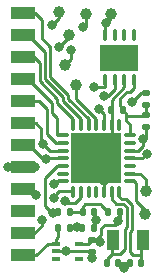
<source format=gtl>
G04 #@! TF.GenerationSoftware,KiCad,Pcbnew,6.0.4-6f826c9f35~116~ubuntu20.04.1*
G04 #@! TF.CreationDate,2022-05-17T03:49:30-04:00*
G04 #@! TF.ProjectId,clonix-41-pcb,636c6f6e-6978-42d3-9431-2d7063622e6b,rev?*
G04 #@! TF.SameCoordinates,Original*
G04 #@! TF.FileFunction,Copper,L1,Top*
G04 #@! TF.FilePolarity,Positive*
%FSLAX46Y46*%
G04 Gerber Fmt 4.6, Leading zero omitted, Abs format (unit mm)*
G04 Created by KiCad (PCBNEW 6.0.4-6f826c9f35~116~ubuntu20.04.1) date 2022-05-17 03:49:30*
%MOMM*%
%LPD*%
G01*
G04 APERTURE LIST*
G04 Aperture macros list*
%AMRoundRect*
0 Rectangle with rounded corners*
0 $1 Rounding radius*
0 $2 $3 $4 $5 $6 $7 $8 $9 X,Y pos of 4 corners*
0 Add a 4 corners polygon primitive as box body*
4,1,4,$2,$3,$4,$5,$6,$7,$8,$9,$2,$3,0*
0 Add four circle primitives for the rounded corners*
1,1,$1+$1,$2,$3*
1,1,$1+$1,$4,$5*
1,1,$1+$1,$6,$7*
1,1,$1+$1,$8,$9*
0 Add four rect primitives between the rounded corners*
20,1,$1+$1,$2,$3,$4,$5,0*
20,1,$1+$1,$4,$5,$6,$7,0*
20,1,$1+$1,$6,$7,$8,$9,0*
20,1,$1+$1,$8,$9,$2,$3,0*%
G04 Aperture macros list end*
G04 #@! TA.AperFunction,SMDPad,CuDef*
%ADD10R,1.000000X1.800000*%
G04 #@! TD*
G04 #@! TA.AperFunction,SMDPad,CuDef*
%ADD11C,1.000000*%
G04 #@! TD*
G04 #@! TA.AperFunction,SMDPad,CuDef*
%ADD12RoundRect,0.135000X-0.135000X-0.185000X0.135000X-0.185000X0.135000X0.185000X-0.135000X0.185000X0*%
G04 #@! TD*
G04 #@! TA.AperFunction,SMDPad,CuDef*
%ADD13RoundRect,0.140000X-0.140000X-0.170000X0.140000X-0.170000X0.140000X0.170000X-0.140000X0.170000X0*%
G04 #@! TD*
G04 #@! TA.AperFunction,SMDPad,CuDef*
%ADD14R,2.000000X1.000000*%
G04 #@! TD*
G04 #@! TA.AperFunction,SMDPad,CuDef*
%ADD15RoundRect,0.135000X0.135000X0.185000X-0.135000X0.185000X-0.135000X-0.185000X0.135000X-0.185000X0*%
G04 #@! TD*
G04 #@! TA.AperFunction,SMDPad,CuDef*
%ADD16RoundRect,0.075000X0.075000X-0.437500X0.075000X0.437500X-0.075000X0.437500X-0.075000X-0.437500X0*%
G04 #@! TD*
G04 #@! TA.AperFunction,SMDPad,CuDef*
%ADD17RoundRect,0.075000X0.437500X-0.075000X0.437500X0.075000X-0.437500X0.075000X-0.437500X-0.075000X0*%
G04 #@! TD*
G04 #@! TA.AperFunction,SMDPad,CuDef*
%ADD18R,4.250000X4.250000*%
G04 #@! TD*
G04 #@! TA.AperFunction,SMDPad,CuDef*
%ADD19RoundRect,0.140000X0.140000X0.170000X-0.140000X0.170000X-0.140000X-0.170000X0.140000X-0.170000X0*%
G04 #@! TD*
G04 #@! TA.AperFunction,SMDPad,CuDef*
%ADD20RoundRect,0.135000X-0.185000X0.135000X-0.185000X-0.135000X0.185000X-0.135000X0.185000X0.135000X0*%
G04 #@! TD*
G04 #@! TA.AperFunction,SMDPad,CuDef*
%ADD21RoundRect,0.140000X-0.170000X0.140000X-0.170000X-0.140000X0.170000X-0.140000X0.170000X0.140000X0*%
G04 #@! TD*
G04 #@! TA.AperFunction,SMDPad,CuDef*
%ADD22R,0.650000X0.400000*%
G04 #@! TD*
G04 #@! TA.AperFunction,SMDPad,CuDef*
%ADD23RoundRect,0.135000X0.185000X-0.135000X0.185000X0.135000X-0.185000X0.135000X-0.185000X-0.135000X0*%
G04 #@! TD*
G04 #@! TA.AperFunction,SMDPad,CuDef*
%ADD24RoundRect,0.087500X-0.087500X0.387500X-0.087500X-0.387500X0.087500X-0.387500X0.087500X0.387500X0*%
G04 #@! TD*
G04 #@! TA.AperFunction,SMDPad,CuDef*
%ADD25R,3.240000X2.300000*%
G04 #@! TD*
G04 #@! TA.AperFunction,ViaPad*
%ADD26C,0.800000*%
G04 #@! TD*
G04 #@! TA.AperFunction,Conductor*
%ADD27C,0.250000*%
G04 #@! TD*
G04 APERTURE END LIST*
D10*
G04 #@! TO.P,Y1,1,1*
G04 #@! TO.N,Net-(C2-Pad1)*
X194594800Y-122707400D03*
G04 #@! TO.P,Y1,2,2*
G04 #@! TO.N,Net-(C3-Pad1)*
X192094800Y-122707400D03*
G04 #@! TD*
D11*
G04 #@! TO.P,TP7,1,1*
G04 #@! TO.N,Net-(U2-Pad9)*
X194818000Y-118618000D03*
G04 #@! TD*
D12*
G04 #@! TO.P,R4,1*
G04 #@! TO.N,/VBAT_SENSE*
X189456600Y-121691400D03*
G04 #@! TO.P,R4,2*
G04 #@! TO.N,GND*
X190476600Y-121691400D03*
G04 #@! TD*
D13*
G04 #@! TO.P,C3,1*
G04 #@! TO.N,Net-(C3-Pad1)*
X191544000Y-124663200D03*
G04 #@! TO.P,C3,2*
G04 #@! TO.N,GND*
X192504000Y-124663200D03*
G04 #@! TD*
D14*
G04 #@! TO.P,J1,1,VBAT*
G04 #@! TO.N,/VBAT*
X184404000Y-124044000D03*
G04 #@! TO.P,J1,2,VCC*
G04 #@! TO.N,unconnected-(J1-Pad2)*
X184404000Y-120316000D03*
G04 #@! TO.P,J1,3,GND*
G04 #@! TO.N,GND*
X184404000Y-116588000D03*
G04 #@! TO.P,J1,4,DATA*
G04 #@! TO.N,/NUTDATA*
X184404000Y-112860000D03*
G04 #@! TO.P,J1,5,ISA*
G04 #@! TO.N,/NUTISA*
X184404000Y-109132000D03*
G04 #@! TO.P,J1,6,phi2*
G04 #@! TO.N,/NUTPHI2*
X184404000Y-105404000D03*
G04 #@! TO.P,J1,7,ph1*
G04 #@! TO.N,/NUTPHI1*
X184404000Y-103540000D03*
G04 #@! TO.P,J1,8,SYNC*
G04 #@! TO.N,/NUTSYNC*
X184404000Y-107268000D03*
G04 #@! TO.P,J1,9,FI*
G04 #@! TO.N,/NUTFI*
X184404000Y-110996000D03*
G04 #@! TO.P,J1,10,PWO*
G04 #@! TO.N,/NUTPWO*
X184404000Y-114724000D03*
G04 #@! TO.P,J1,11,B3*
G04 #@! TO.N,/NUTB3*
X184404000Y-118452000D03*
G04 #@! TO.P,J1,12,B4*
G04 #@! TO.N,/NUTB4*
X184404000Y-122180000D03*
G04 #@! TD*
D11*
G04 #@! TO.P,TP3,1,1*
G04 #@! TO.N,/NUTPWO*
X188366400Y-105384600D03*
G04 #@! TD*
D12*
G04 #@! TO.P,R3,1*
G04 #@! TO.N,/VBAT*
X187424600Y-121691400D03*
G04 #@! TO.P,R3,2*
G04 #@! TO.N,/VBAT_SENSE*
X188444600Y-121691400D03*
G04 #@! TD*
D15*
G04 #@! TO.P,R6,1*
G04 #@! TO.N,Net-(C5-Pad1)*
X188395800Y-120345200D03*
G04 #@! TO.P,R6,2*
G04 #@! TO.N,/MCLRn*
X187375800Y-120345200D03*
G04 #@! TD*
D16*
G04 #@! TO.P,U2,1,RA2*
G04 #@! TO.N,/NUTB4*
X188702400Y-118661500D03*
G04 #@! TO.P,U2,2,RA3*
G04 #@! TO.N,/VBAT_SENSE*
X189352400Y-118661500D03*
G04 #@! TO.P,U2,3,RA4*
G04 #@! TO.N,unconnected-(U2-Pad3)*
X190002400Y-118661500D03*
G04 #@! TO.P,U2,4,RA5*
G04 #@! TO.N,unconnected-(U2-Pad4)*
X190652400Y-118661500D03*
G04 #@! TO.P,U2,5,VSS*
G04 #@! TO.N,GND*
X191302400Y-118661500D03*
G04 #@! TO.P,U2,6,OSC2_CLKOUT/RA6*
G04 #@! TO.N,Net-(C3-Pad1)*
X191952400Y-118661500D03*
G04 #@! TO.P,U2,7,OSC1_CLKIN/RA7*
G04 #@! TO.N,Net-(C2-Pad1)*
X192602400Y-118661500D03*
D17*
G04 #@! TO.P,U2,8,RC0/SOSCO*
G04 #@! TO.N,Net-(U2-Pad8)*
X193489900Y-117774000D03*
G04 #@! TO.P,U2,9,RC1/SOSCI*
G04 #@! TO.N,Net-(U2-Pad9)*
X193489900Y-117124000D03*
G04 #@! TO.P,U2,10,RC2*
G04 #@! TO.N,unconnected-(U2-Pad10)*
X193489900Y-116474000D03*
G04 #@! TO.P,U2,11,RC3*
G04 #@! TO.N,/RAMCLK*
X193489900Y-115824000D03*
G04 #@! TO.P,U2,12,RC4*
G04 #@! TO.N,/RAMDAT*
X193489900Y-115174000D03*
G04 #@! TO.P,U2,13,RC5*
G04 #@! TO.N,unconnected-(U2-Pad13)*
X193489900Y-114524000D03*
G04 #@! TO.P,U2,14,RC6*
G04 #@! TO.N,/RAMPOW*
X193489900Y-113874000D03*
D16*
G04 #@! TO.P,U2,15,RC7*
G04 #@! TO.N,unconnected-(U2-Pad15)*
X192602400Y-112986500D03*
G04 #@! TO.P,U2,16,VSS*
G04 #@! TO.N,GND*
X191952400Y-112986500D03*
G04 #@! TO.P,U2,17,VDD*
G04 #@! TO.N,+3V3*
X191302400Y-112986500D03*
G04 #@! TO.P,U2,18,RB0*
G04 #@! TO.N,Net-(U2-Pad18)*
X190652400Y-112986500D03*
G04 #@! TO.P,U2,19,RB1*
G04 #@! TO.N,/NUTPHI1*
X190002400Y-112986500D03*
G04 #@! TO.P,U2,20,RB2*
G04 #@! TO.N,/NUTPHI2*
X189352400Y-112986500D03*
G04 #@! TO.P,U2,21,RB3*
G04 #@! TO.N,/NUTSYNC*
X188702400Y-112986500D03*
D17*
G04 #@! TO.P,U2,22,RB4*
G04 #@! TO.N,/NUTISA*
X187814900Y-113874000D03*
G04 #@! TO.P,U2,23,RB5*
G04 #@! TO.N,/NUTFI*
X187814900Y-114524000D03*
G04 #@! TO.P,U2,24,ICSPCLK/RB6*
G04 #@! TO.N,/NUTDATA*
X187814900Y-115174000D03*
G04 #@! TO.P,U2,25,ICSPDAT/RB7*
G04 #@! TO.N,/NUTPWO*
X187814900Y-115824000D03*
G04 #@! TO.P,U2,26,VPP/~{MCLR}/RE3*
G04 #@! TO.N,/MCLRn*
X187814900Y-116474000D03*
G04 #@! TO.P,U2,27,RA0*
G04 #@! TO.N,unconnected-(U2-Pad27)*
X187814900Y-117124000D03*
G04 #@! TO.P,U2,28,RA1*
G04 #@! TO.N,/NUTB3*
X187814900Y-117774000D03*
D18*
G04 #@! TO.P,U2,29,VSS*
G04 #@! TO.N,GND*
X190652400Y-115824000D03*
G04 #@! TD*
D19*
G04 #@! TO.P,C2,1*
G04 #@! TO.N,Net-(C2-Pad1)*
X194434400Y-124663200D03*
G04 #@! TO.P,C2,2*
G04 #@! TO.N,GND*
X193474400Y-124663200D03*
G04 #@! TD*
D20*
G04 #@! TO.P,R2,1*
G04 #@! TO.N,/RAMPOW*
X194818000Y-112139000D03*
G04 #@! TO.P,R2,2*
G04 #@! TO.N,/RAMDAT*
X194818000Y-113159000D03*
G04 #@! TD*
D11*
G04 #@! TO.P,TP5,1,1*
G04 #@! TO.N,GND*
X191897000Y-103555800D03*
G04 #@! TD*
D21*
G04 #@! TO.P,C1,1*
G04 #@! TO.N,+3V3*
X190271400Y-122760800D03*
G04 #@! TO.P,C1,2*
G04 #@! TO.N,GND*
X190271400Y-123720800D03*
G04 #@! TD*
D22*
G04 #@! TO.P,U1,1,IN*
G04 #@! TO.N,/VBAT*
X187264000Y-123048000D03*
G04 #@! TO.P,U1,2,GND*
G04 #@! TO.N,GND*
X187264000Y-123698000D03*
G04 #@! TO.P,U1,3,EN*
G04 #@! TO.N,unconnected-(U1-Pad3)*
X187264000Y-124348000D03*
G04 #@! TO.P,U1,4,NC*
G04 #@! TO.N,unconnected-(U1-Pad4)*
X189164000Y-124348000D03*
G04 #@! TO.P,U1,5,OUT*
G04 #@! TO.N,+3V3*
X189164000Y-123048000D03*
G04 #@! TD*
D13*
G04 #@! TO.P,C5,1*
G04 #@! TO.N,Net-(C5-Pad1)*
X189489200Y-120345200D03*
G04 #@! TO.P,C5,2*
G04 #@! TO.N,GND*
X190449200Y-120345200D03*
G04 #@! TD*
D11*
G04 #@! TO.P,TP4,1,1*
G04 #@! TO.N,/NUTDATA*
X187960000Y-107873800D03*
G04 #@! TD*
D19*
G04 #@! TO.P,C4,1*
G04 #@! TO.N,/RAMPOW*
X192885000Y-111734600D03*
G04 #@! TO.P,C4,2*
G04 #@! TO.N,GND*
X191925000Y-111734600D03*
G04 #@! TD*
D11*
G04 #@! TO.P,TP2,1,1*
G04 #@! TO.N,/MCLRn*
X189738000Y-103581200D03*
G04 #@! TD*
G04 #@! TO.P,TP1,1,1*
G04 #@! TO.N,+3V3*
X187528200Y-103428800D03*
G04 #@! TD*
G04 #@! TO.P,TP9,1,1*
G04 #@! TO.N,Net-(U2-Pad18)*
X188950600Y-109601000D03*
G04 #@! TD*
D23*
G04 #@! TO.P,R1,1*
G04 #@! TO.N,/RAMPOW*
X194818000Y-111279400D03*
G04 #@! TO.P,R1,2*
G04 #@! TO.N,/RAMCLK*
X194818000Y-110259400D03*
G04 #@! TD*
D15*
G04 #@! TO.P,R5,1*
G04 #@! TO.N,+3V3*
X192637600Y-120345200D03*
G04 #@! TO.P,R5,2*
G04 #@! TO.N,Net-(C5-Pad1)*
X191617600Y-120345200D03*
G04 #@! TD*
D11*
G04 #@! TO.P,TP6,1,1*
G04 #@! TO.N,Net-(U2-Pad8)*
X194741800Y-120548400D03*
G04 #@! TD*
D24*
G04 #@! TO.P,U3,1,A0*
G04 #@! TO.N,unconnected-(U3-Pad1)*
X193802000Y-105384600D03*
G04 #@! TO.P,U3,2,A1*
G04 #@! TO.N,unconnected-(U3-Pad2)*
X193002000Y-105384600D03*
G04 #@! TO.P,U3,3,A2*
G04 #@! TO.N,unconnected-(U3-Pad3)*
X192202000Y-105384600D03*
G04 #@! TO.P,U3,4,VSS*
G04 #@! TO.N,GND*
X191402000Y-105384600D03*
G04 #@! TO.P,U3,5,SDA*
G04 #@! TO.N,/RAMDAT*
X191402000Y-109184600D03*
G04 #@! TO.P,U3,6,SCL*
G04 #@! TO.N,/RAMCLK*
X192202000Y-109184600D03*
G04 #@! TO.P,U3,7,WP*
G04 #@! TO.N,GND*
X193002000Y-109184600D03*
G04 #@! TO.P,U3,8,VDD*
G04 #@! TO.N,/RAMPOW*
X193802000Y-109184600D03*
D25*
G04 #@! TO.P,U3,9*
G04 #@! TO.N,N/C*
X192602000Y-107284600D03*
G04 #@! TD*
D26*
G04 #@! TO.N,+3V3*
X190855600Y-111633000D03*
X186893200Y-104546400D03*
X190931800Y-122910600D03*
X192481200Y-121107200D03*
G04 #@! TO.N,GND*
X189255400Y-115824000D03*
X185420000Y-116586000D03*
X190652400Y-115722400D03*
X189153800Y-117348000D03*
X183210200Y-116586000D03*
X190601600Y-121005600D03*
X192303400Y-116992400D03*
X188061600Y-123698000D03*
X192989200Y-125069600D03*
X192100200Y-114198400D03*
X191287400Y-117754400D03*
X191465200Y-104343200D03*
X189230000Y-114376200D03*
X190271400Y-124282200D03*
G04 #@! TO.N,/NUTDATA*
X186156600Y-114604800D03*
X188468000Y-106654600D03*
G04 #@! TO.N,/NUTPWO*
X187502800Y-106375200D03*
X186385847Y-115834209D03*
G04 #@! TO.N,/RAMCLK*
X193700400Y-111023400D03*
X191286462Y-110554927D03*
X194961999Y-115409199D03*
G04 #@! TO.N,/RAMDAT*
X190449200Y-109804200D03*
X194589400Y-114198400D03*
G04 #@! TO.N,/VBAT_SENSE*
X188976000Y-121666000D03*
X188010800Y-119430800D03*
G04 #@! TO.N,/NUTB3*
X185584500Y-118927098D03*
X187033489Y-118026604D03*
G04 #@! TO.N,/NUTB4*
X186029600Y-121005600D03*
X187045917Y-119170021D03*
G04 #@! TO.N,/MCLRn*
X189560200Y-104724200D03*
X186969400Y-120472200D03*
G04 #@! TD*
D27*
G04 #@! TO.N,/NUTISA*
X187814900Y-113874000D02*
X187381600Y-113874000D01*
X187381600Y-113874000D02*
X187325000Y-113817400D01*
X187325000Y-113817400D02*
X187325000Y-112395000D01*
X187325000Y-112395000D02*
X186903240Y-111973240D01*
X186903240Y-111973240D02*
X186903240Y-111131240D01*
X186903240Y-111131240D02*
X184904000Y-109132000D01*
X184904000Y-109132000D02*
X184404000Y-109132000D01*
G04 #@! TO.N,/NUTFI*
X187814900Y-114524000D02*
X187218800Y-114524000D01*
X187218800Y-114524000D02*
X186453720Y-113758920D01*
X186453720Y-113758920D02*
X186453720Y-111625320D01*
X186453720Y-111625320D02*
X185824400Y-110996000D01*
X185824400Y-110996000D02*
X184404000Y-110996000D01*
G04 #@! TO.N,/NUTDATA*
X187814900Y-115174000D02*
X186725800Y-115174000D01*
X185554800Y-112860000D02*
X184404000Y-112860000D01*
X186725800Y-115174000D02*
X186004200Y-114452400D01*
X186004200Y-114452400D02*
X186004200Y-113309400D01*
X186004200Y-113309400D02*
X185554800Y-112860000D01*
G04 #@! TO.N,/NUTPWO*
X187814900Y-115824000D02*
X186080400Y-115824000D01*
X186080400Y-115824000D02*
X184980400Y-114724000D01*
X184980400Y-114724000D02*
X184404000Y-114724000D01*
G04 #@! TO.N,GND*
X191897000Y-103555800D02*
X191897000Y-103911400D01*
X191897000Y-103911400D02*
X191402000Y-104406400D01*
X191402000Y-104406400D02*
X191402000Y-105384600D01*
G04 #@! TO.N,+3V3*
X189984200Y-123048000D02*
X190271400Y-122760800D01*
X192227200Y-121437400D02*
X192637600Y-121027000D01*
X190649800Y-122760800D02*
X191071120Y-122339480D01*
X191071120Y-121716800D02*
X191350520Y-121437400D01*
X191302400Y-112079800D02*
X190855600Y-111633000D01*
X187528200Y-103428800D02*
X187528200Y-103911400D01*
X191071120Y-122339480D02*
X191071120Y-121716800D01*
X189164000Y-123048000D02*
X189984200Y-123048000D01*
X190271400Y-122760800D02*
X190649800Y-122760800D01*
X192637600Y-121027000D02*
X192637600Y-120345200D01*
X191350520Y-121437400D02*
X192227200Y-121437400D01*
X191302400Y-112986500D02*
X191302400Y-112079800D01*
X187528200Y-103911400D02*
X186893200Y-104546400D01*
G04 #@! TO.N,GND*
X191952400Y-112986500D02*
X191952400Y-114524000D01*
X192282600Y-114524000D02*
X190982600Y-115824000D01*
X191302400Y-118661500D02*
X191302400Y-117769400D01*
X193002000Y-109790682D02*
X193002000Y-109184600D01*
X190449200Y-120345200D02*
X190449200Y-121664000D01*
X191952400Y-112986500D02*
X191952400Y-111155000D01*
X192504000Y-124663200D02*
X193474400Y-124663200D01*
X191952400Y-114524000D02*
X190652400Y-115824000D01*
X191952400Y-110840282D02*
X193002000Y-109790682D01*
X190449200Y-121664000D02*
X190476600Y-121691400D01*
X191302400Y-117769400D02*
X191287400Y-117754400D01*
X190271400Y-123720800D02*
X190248600Y-123698000D01*
X191952400Y-111155000D02*
X191952400Y-110840282D01*
X190248600Y-123698000D02*
X188061600Y-123698000D01*
X188061600Y-123698000D02*
X187264000Y-123698000D01*
G04 #@! TO.N,Net-(C2-Pad1)*
X194442400Y-123972000D02*
X194442400Y-122758200D01*
X193681640Y-119783663D02*
X193133257Y-119235280D01*
X192608200Y-118710224D02*
X192602400Y-118704424D01*
X194442400Y-123972000D02*
X194411600Y-124002800D01*
X193519200Y-122025000D02*
X193681640Y-121862560D01*
X192608200Y-119049800D02*
X192608200Y-118710224D01*
X192602400Y-118704424D02*
X192602400Y-118661500D01*
X194434400Y-123980000D02*
X194442400Y-123972000D01*
X193519200Y-123745400D02*
X193519200Y-122025000D01*
X193681640Y-121862560D02*
X193681640Y-119783663D01*
X194411600Y-124002800D02*
X193776600Y-124002800D01*
X192793680Y-119235280D02*
X192608200Y-119049800D01*
X194434400Y-124663200D02*
X194434400Y-123980000D01*
X193133257Y-119235280D02*
X192793680Y-119235280D01*
X193776600Y-124002800D02*
X193519200Y-123745400D01*
G04 #@! TO.N,Net-(C3-Pad1)*
X191952400Y-119283000D02*
X192354200Y-119684800D01*
X191952400Y-118661500D02*
X191952400Y-119283000D01*
X193065400Y-123520200D02*
X192653600Y-123932000D01*
X192354200Y-119684800D02*
X192947059Y-119684800D01*
X191942400Y-123932000D02*
X191942400Y-122758200D01*
X193232120Y-119969861D02*
X193232120Y-121651680D01*
X193065400Y-121818400D02*
X193065400Y-123520200D01*
X193232120Y-121651680D02*
X193065400Y-121818400D01*
X191544000Y-124330400D02*
X191942400Y-123932000D01*
X191544000Y-124663200D02*
X191544000Y-124330400D01*
X192947059Y-119684800D02*
X193232120Y-119969861D01*
X192653600Y-123932000D02*
X191942400Y-123932000D01*
G04 #@! TO.N,/RAMPOW*
X193505593Y-110193593D02*
X193802000Y-109897186D01*
X193192200Y-112041800D02*
X192885000Y-111734600D01*
X194714600Y-112242400D02*
X194818000Y-112139000D01*
X193192200Y-112242400D02*
X193192200Y-112041800D01*
X193192200Y-112242400D02*
X194714600Y-112242400D01*
X192885000Y-111734600D02*
X192885000Y-111554200D01*
X194818000Y-111279400D02*
X194818000Y-112139000D01*
X193802000Y-109897186D02*
X193802000Y-109184600D01*
X192684400Y-111353600D02*
X192684400Y-110744000D01*
X193489900Y-112946500D02*
X193192200Y-112648800D01*
X193192200Y-112648800D02*
X193192200Y-112242400D01*
X194792600Y-112113600D02*
X194818000Y-112139000D01*
X193234807Y-110193593D02*
X193505593Y-110193593D01*
X192885000Y-111554200D02*
X192684400Y-111353600D01*
X192684400Y-110744000D02*
X193234807Y-110193593D01*
X193489900Y-113874000D02*
X193489900Y-112946500D01*
G04 #@! TO.N,/VBAT*
X187264000Y-122616000D02*
X187424600Y-122455400D01*
X186613800Y-123037600D02*
X186588400Y-123037600D01*
X187264000Y-123048000D02*
X187264000Y-122616000D01*
X186624200Y-123048000D02*
X186613800Y-123037600D01*
X187424600Y-122455400D02*
X187424600Y-121691400D01*
X186588400Y-123037600D02*
X185582000Y-124044000D01*
X185582000Y-124044000D02*
X184404000Y-124044000D01*
X187264000Y-123048000D02*
X186624200Y-123048000D01*
G04 #@! TO.N,/NUTDATA*
X188468000Y-106654600D02*
X188468000Y-107365800D01*
X188468000Y-107365800D02*
X187960000Y-107873800D01*
G04 #@! TO.N,/NUTPHI2*
X189352400Y-112491282D02*
X187802280Y-110941162D01*
X187802280Y-110941162D02*
X187802280Y-110610963D01*
X189352400Y-112986500D02*
X189352400Y-112491282D01*
X186301320Y-106801320D02*
X184904000Y-105404000D01*
X186301320Y-109110002D02*
X186301320Y-106801320D01*
X184904000Y-105404000D02*
X184404000Y-105404000D01*
X187802280Y-110610963D02*
X186301320Y-109110002D01*
G04 #@! TO.N,/NUTPHI1*
X188251800Y-110754964D02*
X188251800Y-110424766D01*
X186029600Y-105664000D02*
X186029600Y-104140000D01*
X185429600Y-103540000D02*
X184404000Y-103540000D01*
X186750840Y-108923804D02*
X186750840Y-106385240D01*
X190002400Y-112505565D02*
X188251800Y-110754964D01*
X188251800Y-110424766D02*
X186750840Y-108923804D01*
X190002400Y-112986500D02*
X190002400Y-112505565D01*
X186750840Y-106385240D02*
X186029600Y-105664000D01*
X186029600Y-104140000D02*
X185429600Y-103540000D01*
G04 #@! TO.N,/NUTSYNC*
X188702400Y-112986500D02*
X188702400Y-112477000D01*
X187352760Y-111127360D02*
X187352760Y-110797160D01*
X188702400Y-112477000D02*
X187352760Y-111127360D01*
X185373000Y-107268000D02*
X184404000Y-107268000D01*
X185851800Y-107746800D02*
X185373000Y-107268000D01*
X185851800Y-109296200D02*
X185851800Y-107746800D01*
X187352760Y-110797160D02*
X185851800Y-109296200D01*
G04 #@! TO.N,/NUTPWO*
X188366400Y-105384600D02*
X188366400Y-105511600D01*
X188366400Y-105511600D02*
X187502800Y-106375200D01*
G04 #@! TO.N,/RAMCLK*
X194284600Y-115824000D02*
X194547198Y-115824000D01*
X194818000Y-110259400D02*
X194464400Y-110259400D01*
X194547198Y-115824000D02*
X194961999Y-115409199D01*
X194464400Y-110259400D02*
X193700400Y-111023400D01*
X193489900Y-115824000D02*
X194284600Y-115824000D01*
X191286462Y-110554927D02*
X191602038Y-110554927D01*
X191602038Y-110554927D02*
X192202000Y-109954965D01*
X192202000Y-109954965D02*
X192202000Y-109184600D01*
G04 #@! TO.N,/RAMDAT*
X193489900Y-115174000D02*
X194117200Y-115174000D01*
X194117200Y-115174000D02*
X194172600Y-115174000D01*
X194589400Y-114198400D02*
X194818000Y-113969800D01*
X194818000Y-113969800D02*
X194818000Y-113159000D01*
X191402000Y-109804200D02*
X191402000Y-109184600D01*
X190449200Y-109804200D02*
X191402000Y-109804200D01*
X194172600Y-115174000D02*
X194589400Y-114757200D01*
X194589400Y-114757200D02*
X194589400Y-114198400D01*
G04 #@! TO.N,Net-(C5-Pad1)*
X188395800Y-120345200D02*
X189489200Y-120345200D01*
X191058800Y-119761000D02*
X191008480Y-119710680D01*
X191058800Y-119786400D02*
X191058800Y-119761000D01*
X189686720Y-119710680D02*
X189489200Y-119908200D01*
X189489200Y-119908200D02*
X189489200Y-120345200D01*
X191008480Y-119710680D02*
X189686720Y-119710680D01*
X191617600Y-120345200D02*
X191058800Y-119786400D01*
G04 #@! TO.N,/VBAT_SENSE*
X189352400Y-118661500D02*
X189352400Y-119089006D01*
X189352400Y-119089006D02*
X188883606Y-119557800D01*
X188444600Y-121691400D02*
X189456600Y-121691400D01*
X188137800Y-119557800D02*
X188010800Y-119430800D01*
X188883606Y-119557800D02*
X188137800Y-119557800D01*
G04 #@! TO.N,/NUTB3*
X184404000Y-118452000D02*
X185109402Y-118452000D01*
X185109402Y-118452000D02*
X185584500Y-118927098D01*
G04 #@! TO.N,/NUTB4*
X187045917Y-119170021D02*
X187246761Y-118969177D01*
X187246761Y-118823239D02*
X187452000Y-118618000D01*
X188658900Y-118618000D02*
X188702400Y-118661500D01*
X187246761Y-118969177D02*
X187246761Y-118823239D01*
X187452000Y-118618000D02*
X188658900Y-118618000D01*
X186029600Y-121005600D02*
X186029600Y-121513600D01*
X186029600Y-121513600D02*
X185363200Y-122180000D01*
X185363200Y-122180000D02*
X184404000Y-122180000D01*
G04 #@! TO.N,/MCLRn*
X186309011Y-119811811D02*
X186309011Y-118626995D01*
X187375800Y-120345200D02*
X186842400Y-120345200D01*
X186308989Y-117500411D02*
X187335400Y-116474000D01*
X186309011Y-118626995D02*
X186308989Y-118626973D01*
X186842400Y-120345200D02*
X186309011Y-119811811D01*
X187335400Y-116474000D02*
X188145100Y-116474000D01*
X186308989Y-118626973D02*
X186308989Y-117500411D01*
X189738000Y-103581200D02*
X189738000Y-104546400D01*
X189738000Y-104546400D02*
X189560200Y-104724200D01*
G04 #@! TO.N,Net-(U2-Pad8)*
X194741800Y-120208105D02*
X193993489Y-119459794D01*
X193993489Y-119459794D02*
X193993489Y-117945889D01*
X194741800Y-120548400D02*
X194741800Y-120208105D01*
X193993489Y-117945889D02*
X193821600Y-117774000D01*
X193821600Y-117774000D02*
X193489900Y-117774000D01*
G04 #@! TO.N,Net-(U2-Pad9)*
X194818000Y-118618000D02*
X194818000Y-117551200D01*
X194818000Y-117551200D02*
X194390800Y-117124000D01*
X194390800Y-117124000D02*
X193489900Y-117124000D01*
G04 #@! TO.N,Net-(U2-Pad18)*
X190652400Y-112454414D02*
X190652400Y-112986500D01*
X188950600Y-109601000D02*
X188950600Y-110752614D01*
X188950600Y-110752614D02*
X190652400Y-112454414D01*
G04 #@! TD*
M02*

</source>
